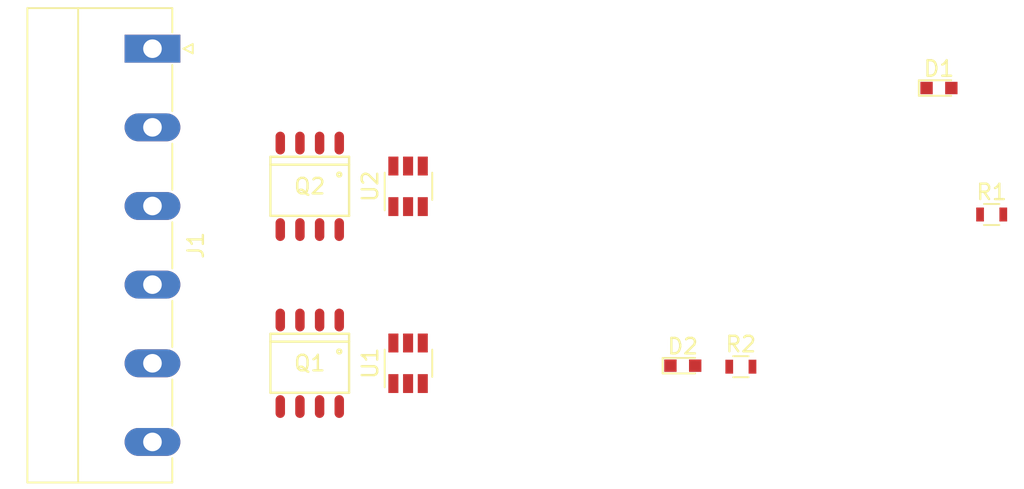
<source format=kicad_pcb>
(kicad_pcb (version 20171130) (host pcbnew 5.1.9+dfsg1-1)

  (general
    (thickness 1.6)
    (drawings 0)
    (tracks 0)
    (zones 0)
    (modules 9)
    (nets 11)
  )

  (page A4)
  (layers
    (0 F.Cu signal)
    (31 B.Cu signal)
    (32 B.Adhes user)
    (33 F.Adhes user)
    (34 B.Paste user)
    (35 F.Paste user)
    (36 B.SilkS user)
    (37 F.SilkS user)
    (38 B.Mask user)
    (39 F.Mask user)
    (40 Dwgs.User user)
    (41 Cmts.User user)
    (42 Eco1.User user)
    (43 Eco2.User user)
    (44 Edge.Cuts user)
    (45 Margin user)
    (46 B.CrtYd user)
    (47 F.CrtYd user)
    (48 B.Fab user)
    (49 F.Fab user)
  )

  (setup
    (last_trace_width 0.25)
    (trace_clearance 0.2)
    (zone_clearance 0.508)
    (zone_45_only no)
    (trace_min 0.2)
    (via_size 0.8)
    (via_drill 0.4)
    (via_min_size 0.4)
    (via_min_drill 0.3)
    (uvia_size 0.3)
    (uvia_drill 0.1)
    (uvias_allowed no)
    (uvia_min_size 0.2)
    (uvia_min_drill 0.1)
    (edge_width 0.05)
    (segment_width 0.2)
    (pcb_text_width 0.3)
    (pcb_text_size 1.5 1.5)
    (mod_edge_width 0.12)
    (mod_text_size 1 1)
    (mod_text_width 0.15)
    (pad_size 1.524 1.524)
    (pad_drill 0.762)
    (pad_to_mask_clearance 0)
    (aux_axis_origin 0 0)
    (visible_elements FFFFFF7F)
    (pcbplotparams
      (layerselection 0x010fc_ffffffff)
      (usegerberextensions false)
      (usegerberattributes true)
      (usegerberadvancedattributes true)
      (creategerberjobfile true)
      (excludeedgelayer true)
      (linewidth 0.100000)
      (plotframeref false)
      (viasonmask false)
      (mode 1)
      (useauxorigin false)
      (hpglpennumber 1)
      (hpglpenspeed 20)
      (hpglpendiameter 15.000000)
      (psnegative false)
      (psa4output false)
      (plotreference true)
      (plotvalue true)
      (plotinvisibletext false)
      (padsonsilk false)
      (subtractmaskfromsilk false)
      (outputformat 1)
      (mirror false)
      (drillshape 1)
      (scaleselection 1)
      (outputdirectory ""))
  )

  (net 0 "")
  (net 1 "Net-(D1-Pad2)")
  (net 2 "Net-(D1-Pad1)")
  (net 3 "Net-(D2-Pad1)")
  (net 4 "Net-(D2-Pad2)")
  (net 5 "Net-(J1-Pad6)")
  (net 6 GND)
  (net 7 "Net-(J1-Pad4)")
  (net 8 +12V)
  (net 9 "Net-(Q1-Pad4)")
  (net 10 "Net-(Q2-Pad4)")

  (net_class Default "This is the default net class."
    (clearance 0.2)
    (trace_width 0.25)
    (via_dia 0.8)
    (via_drill 0.4)
    (uvia_dia 0.3)
    (uvia_drill 0.1)
    (add_net +12V)
    (add_net GND)
    (add_net "Net-(D1-Pad1)")
    (add_net "Net-(D1-Pad2)")
    (add_net "Net-(D2-Pad1)")
    (add_net "Net-(D2-Pad2)")
    (add_net "Net-(J1-Pad4)")
    (add_net "Net-(J1-Pad6)")
    (add_net "Net-(Q1-Pad4)")
    (add_net "Net-(Q2-Pad4)")
  )

  (module LEDs:LED_0603 (layer F.Cu) (tedit 57FE93A5) (tstamp 60B6AB31)
    (at 132.08 68.58)
    (descr "LED 0603 smd package")
    (tags "LED led 0603 SMD smd SMT smt smdled SMDLED smtled SMTLED")
    (path /60B8BC1D)
    (attr smd)
    (fp_text reference D1 (at 0 -1.25) (layer F.SilkS)
      (effects (font (size 1 1) (thickness 0.15)))
    )
    (fp_text value LED (at 0 1.35) (layer F.Fab)
      (effects (font (size 1 1) (thickness 0.15)))
    )
    (fp_line (start -1.3 -0.5) (end -1.3 0.5) (layer F.SilkS) (width 0.12))
    (fp_line (start -0.2 -0.2) (end -0.2 0.2) (layer F.Fab) (width 0.1))
    (fp_line (start -0.15 0) (end 0.15 -0.2) (layer F.Fab) (width 0.1))
    (fp_line (start 0.15 0.2) (end -0.15 0) (layer F.Fab) (width 0.1))
    (fp_line (start 0.15 -0.2) (end 0.15 0.2) (layer F.Fab) (width 0.1))
    (fp_line (start 0.8 0.4) (end -0.8 0.4) (layer F.Fab) (width 0.1))
    (fp_line (start 0.8 -0.4) (end 0.8 0.4) (layer F.Fab) (width 0.1))
    (fp_line (start -0.8 -0.4) (end 0.8 -0.4) (layer F.Fab) (width 0.1))
    (fp_line (start -0.8 0.4) (end -0.8 -0.4) (layer F.Fab) (width 0.1))
    (fp_line (start -1.3 0.5) (end 0.8 0.5) (layer F.SilkS) (width 0.12))
    (fp_line (start -1.3 -0.5) (end 0.8 -0.5) (layer F.SilkS) (width 0.12))
    (fp_line (start 1.45 -0.65) (end 1.45 0.65) (layer F.CrtYd) (width 0.05))
    (fp_line (start 1.45 0.65) (end -1.45 0.65) (layer F.CrtYd) (width 0.05))
    (fp_line (start -1.45 0.65) (end -1.45 -0.65) (layer F.CrtYd) (width 0.05))
    (fp_line (start -1.45 -0.65) (end 1.45 -0.65) (layer F.CrtYd) (width 0.05))
    (pad 2 smd rect (at 0.8 0 180) (size 0.8 0.8) (layers F.Cu F.Paste F.Mask)
      (net 1 "Net-(D1-Pad2)"))
    (pad 1 smd rect (at -0.8 0 180) (size 0.8 0.8) (layers F.Cu F.Paste F.Mask)
      (net 2 "Net-(D1-Pad1)"))
    (model ${KISYS3DMOD}/LEDs.3dshapes/LED_0603.wrl
      (at (xyz 0 0 0))
      (scale (xyz 1 1 1))
      (rotate (xyz 0 0 180))
    )
  )

  (module LEDs:LED_0603 (layer F.Cu) (tedit 57FE93A5) (tstamp 60B6AB46)
    (at 115.535001 86.515001)
    (descr "LED 0603 smd package")
    (tags "LED led 0603 SMD smd SMT smt smdled SMDLED smtled SMTLED")
    (path /60B8A0F8)
    (attr smd)
    (fp_text reference D2 (at 0 -1.25) (layer F.SilkS)
      (effects (font (size 1 1) (thickness 0.15)))
    )
    (fp_text value LED (at 0 1.35) (layer F.Fab)
      (effects (font (size 1 1) (thickness 0.15)))
    )
    (fp_line (start -1.45 -0.65) (end 1.45 -0.65) (layer F.CrtYd) (width 0.05))
    (fp_line (start -1.45 0.65) (end -1.45 -0.65) (layer F.CrtYd) (width 0.05))
    (fp_line (start 1.45 0.65) (end -1.45 0.65) (layer F.CrtYd) (width 0.05))
    (fp_line (start 1.45 -0.65) (end 1.45 0.65) (layer F.CrtYd) (width 0.05))
    (fp_line (start -1.3 -0.5) (end 0.8 -0.5) (layer F.SilkS) (width 0.12))
    (fp_line (start -1.3 0.5) (end 0.8 0.5) (layer F.SilkS) (width 0.12))
    (fp_line (start -0.8 0.4) (end -0.8 -0.4) (layer F.Fab) (width 0.1))
    (fp_line (start -0.8 -0.4) (end 0.8 -0.4) (layer F.Fab) (width 0.1))
    (fp_line (start 0.8 -0.4) (end 0.8 0.4) (layer F.Fab) (width 0.1))
    (fp_line (start 0.8 0.4) (end -0.8 0.4) (layer F.Fab) (width 0.1))
    (fp_line (start 0.15 -0.2) (end 0.15 0.2) (layer F.Fab) (width 0.1))
    (fp_line (start 0.15 0.2) (end -0.15 0) (layer F.Fab) (width 0.1))
    (fp_line (start -0.15 0) (end 0.15 -0.2) (layer F.Fab) (width 0.1))
    (fp_line (start -0.2 -0.2) (end -0.2 0.2) (layer F.Fab) (width 0.1))
    (fp_line (start -1.3 -0.5) (end -1.3 0.5) (layer F.SilkS) (width 0.12))
    (pad 1 smd rect (at -0.8 0 180) (size 0.8 0.8) (layers F.Cu F.Paste F.Mask)
      (net 3 "Net-(D2-Pad1)"))
    (pad 2 smd rect (at 0.8 0 180) (size 0.8 0.8) (layers F.Cu F.Paste F.Mask)
      (net 4 "Net-(D2-Pad2)"))
    (model ${KISYS3DMOD}/LEDs.3dshapes/LED_0603.wrl
      (at (xyz 0 0 0))
      (scale (xyz 1 1 1))
      (rotate (xyz 0 0 180))
    )
  )

  (module Connectors_Phoenix:PhoenixContact_MC-G_06x5.08mm_Angled (layer F.Cu) (tedit 59566E60) (tstamp 60B6AB69)
    (at 81.28 66.04 270)
    (descr "Generic Phoenix Contact connector footprint for series: MC-G; number of pins: 06; pin pitch: 5.08mm; Angled || order number: 1836228 8A 320V")
    (tags "phoenix_contact connector MC_01x06_G_5.08mm")
    (path /60B72E03)
    (fp_text reference J1 (at 12.7 -2.8 90) (layer F.SilkS)
      (effects (font (size 1 1) (thickness 0.15)))
    )
    (fp_text value Screw_Terminal_01x06 (at 12.7 9 90) (layer F.Fab)
      (effects (font (size 1 1) (thickness 0.15)))
    )
    (fp_line (start 0 0) (end -0.8 -1.2) (layer F.Fab) (width 0.1))
    (fp_line (start 0.8 -1.2) (end 0 0) (layer F.Fab) (width 0.1))
    (fp_line (start -0.3 -2.6) (end 0.3 -2.6) (layer F.SilkS) (width 0.12))
    (fp_line (start 0 -2) (end -0.3 -2.6) (layer F.SilkS) (width 0.12))
    (fp_line (start 0.3 -2.6) (end 0 -2) (layer F.SilkS) (width 0.12))
    (fp_line (start 28.44 -2.3) (end -3.12 -2.3) (layer F.CrtYd) (width 0.05))
    (fp_line (start 28.44 8.5) (end 28.44 -2.3) (layer F.CrtYd) (width 0.05))
    (fp_line (start -3.12 8.5) (end 28.44 8.5) (layer F.CrtYd) (width 0.05))
    (fp_line (start -3.12 -2.3) (end -3.12 8.5) (layer F.CrtYd) (width 0.05))
    (fp_line (start -2.62 4.8) (end 28.02 4.8) (layer F.SilkS) (width 0.12))
    (fp_line (start 27.94 -1.2) (end -2.54 -1.2) (layer F.Fab) (width 0.1))
    (fp_line (start 27.94 8) (end 27.94 -1.2) (layer F.Fab) (width 0.1))
    (fp_line (start -2.54 8) (end 27.94 8) (layer F.Fab) (width 0.1))
    (fp_line (start -2.54 -1.2) (end -2.54 8) (layer F.Fab) (width 0.1))
    (fp_line (start 21.37 -1.28) (end 24.35 -1.28) (layer F.SilkS) (width 0.12))
    (fp_line (start 16.29 -1.28) (end 19.27 -1.28) (layer F.SilkS) (width 0.12))
    (fp_line (start 11.21 -1.28) (end 14.19 -1.28) (layer F.SilkS) (width 0.12))
    (fp_line (start 6.13 -1.28) (end 9.11 -1.28) (layer F.SilkS) (width 0.12))
    (fp_line (start 1.05 -1.28) (end 4.03 -1.28) (layer F.SilkS) (width 0.12))
    (fp_line (start 28.02 -1.28) (end 26.45 -1.28) (layer F.SilkS) (width 0.12))
    (fp_line (start -2.62 -1.28) (end -1.05 -1.28) (layer F.SilkS) (width 0.12))
    (fp_line (start 28.02 8.08) (end 28.02 -1.28) (layer F.SilkS) (width 0.12))
    (fp_line (start -2.62 8.08) (end 28.02 8.08) (layer F.SilkS) (width 0.12))
    (fp_line (start -2.62 -1.28) (end -2.62 8.08) (layer F.SilkS) (width 0.12))
    (fp_text user %R (at 12.7 3 90) (layer F.Fab)
      (effects (font (size 1 1) (thickness 0.15)))
    )
    (pad 6 thru_hole oval (at 25.4 0 270) (size 1.8 3.6) (drill 1.2) (layers *.Cu *.Mask)
      (net 5 "Net-(J1-Pad6)"))
    (pad 5 thru_hole oval (at 20.32 0 270) (size 1.8 3.6) (drill 1.2) (layers *.Cu *.Mask)
      (net 6 GND))
    (pad 4 thru_hole oval (at 15.24 0 270) (size 1.8 3.6) (drill 1.2) (layers *.Cu *.Mask)
      (net 7 "Net-(J1-Pad4)"))
    (pad 3 thru_hole oval (at 10.16 0 270) (size 1.8 3.6) (drill 1.2) (layers *.Cu *.Mask)
      (net 6 GND))
    (pad 2 thru_hole oval (at 5.08 0 270) (size 1.8 3.6) (drill 1.2) (layers *.Cu *.Mask)
      (net 8 +12V))
    (pad 1 thru_hole rect (at 0 0 270) (size 1.8 3.6) (drill 1.2) (layers *.Cu *.Mask)
      (net 6 GND))
    (model ${KISYS3DMOD}/Connectors_Phoenix.3dshapes/PhoenixContact_MC-G_06x5.08mm_Angled.wrl
      (at (xyz 0 0 0))
      (scale (xyz 1 1 1))
      (rotate (xyz 0 0 0))
    )
  )

  (module Power_Integrations:SO-8 (layer F.Cu) (tedit 0) (tstamp 60B6AB7B)
    (at 91.44 86.36 180)
    (descr "SO-8 Surface Mount Small Outline 150mil 8pin Package")
    (tags "Power Integrations D Package")
    (path /60B74781)
    (fp_text reference Q1 (at 0 0) (layer F.SilkS)
      (effects (font (size 1 1) (thickness 0.15)))
    )
    (fp_text value SQ4435EY (at 0 0) (layer F.Fab)
      (effects (font (size 1 1) (thickness 0.15)))
    )
    (fp_line (start 2.54 1.905) (end 2.54 -1.905) (layer F.SilkS) (width 0.15))
    (fp_line (start -2.54 1.905) (end -2.54 -1.905) (layer F.SilkS) (width 0.15))
    (fp_line (start -2.54 1.905) (end 2.54 1.905) (layer F.SilkS) (width 0.15))
    (fp_line (start -2.54 -1.905) (end 2.54 -1.905) (layer F.SilkS) (width 0.15))
    (fp_line (start -2.54 1.397) (end 2.54 1.397) (layer F.SilkS) (width 0.15))
    (fp_circle (center -1.905 0.762) (end -1.778 0.762) (layer F.SilkS) (width 0.15))
    (pad 8 smd oval (at -1.905 -2.794 180) (size 0.6096 1.4732) (layers F.Cu F.Paste F.Mask)
      (net 5 "Net-(J1-Pad6)"))
    (pad 7 smd oval (at -0.635 -2.794 180) (size 0.6096 1.4732) (layers F.Cu F.Paste F.Mask)
      (net 5 "Net-(J1-Pad6)"))
    (pad 6 smd oval (at 0.635 -2.794 180) (size 0.6096 1.4732) (layers F.Cu F.Paste F.Mask)
      (net 5 "Net-(J1-Pad6)"))
    (pad 5 smd oval (at 1.905 -2.794 180) (size 0.6096 1.4732) (layers F.Cu F.Paste F.Mask)
      (net 5 "Net-(J1-Pad6)"))
    (pad 4 smd oval (at 1.905 2.794 180) (size 0.6096 1.4732) (layers F.Cu F.Paste F.Mask)
      (net 9 "Net-(Q1-Pad4)"))
    (pad 3 smd oval (at 0.635 2.794 180) (size 0.6096 1.4732) (layers F.Cu F.Paste F.Mask)
      (net 8 +12V))
    (pad 2 smd oval (at -0.635 2.794 180) (size 0.6096 1.4732) (layers F.Cu F.Paste F.Mask)
      (net 8 +12V))
    (pad 1 smd oval (at -1.905 2.794 180) (size 0.6096 1.4732) (layers F.Cu F.Paste F.Mask)
      (net 8 +12V))
  )

  (module Power_Integrations:SO-8 (layer F.Cu) (tedit 0) (tstamp 60B6AB8D)
    (at 91.44 74.93 180)
    (descr "SO-8 Surface Mount Small Outline 150mil 8pin Package")
    (tags "Power Integrations D Package")
    (path /60B740EA)
    (fp_text reference Q2 (at 0 0) (layer F.SilkS)
      (effects (font (size 1 1) (thickness 0.15)))
    )
    (fp_text value SQ4435EY (at 0 0) (layer F.Fab)
      (effects (font (size 1 1) (thickness 0.15)))
    )
    (fp_circle (center -1.905 0.762) (end -1.778 0.762) (layer F.SilkS) (width 0.15))
    (fp_line (start -2.54 1.397) (end 2.54 1.397) (layer F.SilkS) (width 0.15))
    (fp_line (start -2.54 -1.905) (end 2.54 -1.905) (layer F.SilkS) (width 0.15))
    (fp_line (start -2.54 1.905) (end 2.54 1.905) (layer F.SilkS) (width 0.15))
    (fp_line (start -2.54 1.905) (end -2.54 -1.905) (layer F.SilkS) (width 0.15))
    (fp_line (start 2.54 1.905) (end 2.54 -1.905) (layer F.SilkS) (width 0.15))
    (pad 1 smd oval (at -1.905 2.794 180) (size 0.6096 1.4732) (layers F.Cu F.Paste F.Mask)
      (net 8 +12V))
    (pad 2 smd oval (at -0.635 2.794 180) (size 0.6096 1.4732) (layers F.Cu F.Paste F.Mask)
      (net 8 +12V))
    (pad 3 smd oval (at 0.635 2.794 180) (size 0.6096 1.4732) (layers F.Cu F.Paste F.Mask)
      (net 8 +12V))
    (pad 4 smd oval (at 1.905 2.794 180) (size 0.6096 1.4732) (layers F.Cu F.Paste F.Mask)
      (net 10 "Net-(Q2-Pad4)"))
    (pad 5 smd oval (at 1.905 -2.794 180) (size 0.6096 1.4732) (layers F.Cu F.Paste F.Mask)
      (net 7 "Net-(J1-Pad4)"))
    (pad 6 smd oval (at 0.635 -2.794 180) (size 0.6096 1.4732) (layers F.Cu F.Paste F.Mask)
      (net 7 "Net-(J1-Pad4)"))
    (pad 7 smd oval (at -0.635 -2.794 180) (size 0.6096 1.4732) (layers F.Cu F.Paste F.Mask)
      (net 7 "Net-(J1-Pad4)"))
    (pad 8 smd oval (at -1.905 -2.794 180) (size 0.6096 1.4732) (layers F.Cu F.Paste F.Mask)
      (net 7 "Net-(J1-Pad4)"))
  )

  (module Resistors_SMD:R_0603 (layer F.Cu) (tedit 58E0A804) (tstamp 60B6B048)
    (at 135.485001 76.750001)
    (descr "Resistor SMD 0603, reflow soldering, Vishay (see dcrcw.pdf)")
    (tags "resistor 0603")
    (path /60B8D397)
    (attr smd)
    (fp_text reference R1 (at 0 -1.45) (layer F.SilkS)
      (effects (font (size 1 1) (thickness 0.15)))
    )
    (fp_text value "1.5 k" (at 0 1.5) (layer F.Fab)
      (effects (font (size 1 1) (thickness 0.15)))
    )
    (fp_line (start 1.25 0.7) (end -1.25 0.7) (layer F.CrtYd) (width 0.05))
    (fp_line (start 1.25 0.7) (end 1.25 -0.7) (layer F.CrtYd) (width 0.05))
    (fp_line (start -1.25 -0.7) (end -1.25 0.7) (layer F.CrtYd) (width 0.05))
    (fp_line (start -1.25 -0.7) (end 1.25 -0.7) (layer F.CrtYd) (width 0.05))
    (fp_line (start -0.5 -0.68) (end 0.5 -0.68) (layer F.SilkS) (width 0.12))
    (fp_line (start 0.5 0.68) (end -0.5 0.68) (layer F.SilkS) (width 0.12))
    (fp_line (start -0.8 -0.4) (end 0.8 -0.4) (layer F.Fab) (width 0.1))
    (fp_line (start 0.8 -0.4) (end 0.8 0.4) (layer F.Fab) (width 0.1))
    (fp_line (start 0.8 0.4) (end -0.8 0.4) (layer F.Fab) (width 0.1))
    (fp_line (start -0.8 0.4) (end -0.8 -0.4) (layer F.Fab) (width 0.1))
    (fp_text user %R (at 0 0) (layer F.Fab)
      (effects (font (size 0.4 0.4) (thickness 0.075)))
    )
    (pad 2 smd rect (at 0.75 0) (size 0.5 0.9) (layers F.Cu F.Paste F.Mask)
      (net 1 "Net-(D1-Pad2)"))
    (pad 1 smd rect (at -0.75 0) (size 0.5 0.9) (layers F.Cu F.Paste F.Mask)
      (net 8 +12V))
    (model ${KISYS3DMOD}/Resistors_SMD.3dshapes/R_0603.wrl
      (at (xyz 0 0 0))
      (scale (xyz 1 1 1))
      (rotate (xyz 0 0 0))
    )
  )

  (module Resistors_SMD:R_0603 (layer F.Cu) (tedit 58E0A804) (tstamp 60B6ABAF)
    (at 119.285001 86.580001)
    (descr "Resistor SMD 0603, reflow soldering, Vishay (see dcrcw.pdf)")
    (tags "resistor 0603")
    (path /60B8DA25)
    (attr smd)
    (fp_text reference R2 (at 0 -1.45) (layer F.SilkS)
      (effects (font (size 1 1) (thickness 0.15)))
    )
    (fp_text value "1.5 k" (at 0 1.5) (layer F.Fab)
      (effects (font (size 1 1) (thickness 0.15)))
    )
    (fp_line (start -0.8 0.4) (end -0.8 -0.4) (layer F.Fab) (width 0.1))
    (fp_line (start 0.8 0.4) (end -0.8 0.4) (layer F.Fab) (width 0.1))
    (fp_line (start 0.8 -0.4) (end 0.8 0.4) (layer F.Fab) (width 0.1))
    (fp_line (start -0.8 -0.4) (end 0.8 -0.4) (layer F.Fab) (width 0.1))
    (fp_line (start 0.5 0.68) (end -0.5 0.68) (layer F.SilkS) (width 0.12))
    (fp_line (start -0.5 -0.68) (end 0.5 -0.68) (layer F.SilkS) (width 0.12))
    (fp_line (start -1.25 -0.7) (end 1.25 -0.7) (layer F.CrtYd) (width 0.05))
    (fp_line (start -1.25 -0.7) (end -1.25 0.7) (layer F.CrtYd) (width 0.05))
    (fp_line (start 1.25 0.7) (end 1.25 -0.7) (layer F.CrtYd) (width 0.05))
    (fp_line (start 1.25 0.7) (end -1.25 0.7) (layer F.CrtYd) (width 0.05))
    (fp_text user %R (at 0 0) (layer F.Fab)
      (effects (font (size 0.4 0.4) (thickness 0.075)))
    )
    (pad 1 smd rect (at -0.75 0) (size 0.5 0.9) (layers F.Cu F.Paste F.Mask)
      (net 8 +12V))
    (pad 2 smd rect (at 0.75 0) (size 0.5 0.9) (layers F.Cu F.Paste F.Mask)
      (net 4 "Net-(D2-Pad2)"))
    (model ${KISYS3DMOD}/Resistors_SMD.3dshapes/R_0603.wrl
      (at (xyz 0 0 0))
      (scale (xyz 1 1 1))
      (rotate (xyz 0 0 0))
    )
  )

  (module TO_SOT_Packages_SMD:TSOT-23-6 (layer F.Cu) (tedit 58CE4E80) (tstamp 60B6BA5D)
    (at 97.79 74.93 90)
    (descr "6-pin TSOT23 package, http://cds.linear.com/docs/en/packaging/SOT_6_05-08-1636.pdf")
    (tags "TSOT-23-6 MK06A TSOT-6")
    (path /60B739CD)
    (attr smd)
    (fp_text reference U2 (at 0 -2.45 90) (layer F.SilkS)
      (effects (font (size 1 1) (thickness 0.15)))
    )
    (fp_text value LTC4412xS6 (at 0 2.5 90) (layer F.Fab)
      (effects (font (size 1 1) (thickness 0.15)))
    )
    (fp_text user %R (at 0 0) (layer F.Fab)
      (effects (font (size 0.5 0.5) (thickness 0.075)))
    )
    (fp_line (start -0.88 1.56) (end 0.88 1.56) (layer F.SilkS) (width 0.12))
    (fp_line (start 0.88 -1.51) (end -1.55 -1.51) (layer F.SilkS) (width 0.12))
    (fp_line (start -0.88 -1) (end -0.43 -1.45) (layer F.Fab) (width 0.1))
    (fp_line (start 0.88 -1.45) (end -0.43 -1.45) (layer F.Fab) (width 0.1))
    (fp_line (start -0.88 -1) (end -0.88 1.45) (layer F.Fab) (width 0.1))
    (fp_line (start 0.88 1.45) (end -0.88 1.45) (layer F.Fab) (width 0.1))
    (fp_line (start 0.88 -1.45) (end 0.88 1.45) (layer F.Fab) (width 0.1))
    (fp_line (start -2.17 -1.7) (end 2.17 -1.7) (layer F.CrtYd) (width 0.05))
    (fp_line (start -2.17 -1.7) (end -2.17 1.7) (layer F.CrtYd) (width 0.05))
    (fp_line (start 2.17 1.7) (end 2.17 -1.7) (layer F.CrtYd) (width 0.05))
    (fp_line (start 2.17 1.7) (end -2.17 1.7) (layer F.CrtYd) (width 0.05))
    (pad 6 smd rect (at 1.31 -0.95 90) (size 1.22 0.65) (layers F.Cu F.Paste F.Mask)
      (net 8 +12V))
    (pad 5 smd rect (at 1.31 0 90) (size 1.22 0.65) (layers F.Cu F.Paste F.Mask)
      (net 10 "Net-(Q2-Pad4)"))
    (pad 4 smd rect (at 1.31 0.95 90) (size 1.22 0.65) (layers F.Cu F.Paste F.Mask)
      (net 3 "Net-(D2-Pad1)"))
    (pad 3 smd rect (at -1.31 0.95 90) (size 1.22 0.65) (layers F.Cu F.Paste F.Mask)
      (net 6 GND))
    (pad 2 smd rect (at -1.31 0 90) (size 1.22 0.65) (layers F.Cu F.Paste F.Mask)
      (net 6 GND))
    (pad 1 smd rect (at -1.31 -0.95 90) (size 1.22 0.65) (layers F.Cu F.Paste F.Mask)
      (net 7 "Net-(J1-Pad4)"))
    (model ${KISYS3DMOD}/TO_SOT_Packages_SMD.3dshapes/TSOT-23-6.wrl
      (at (xyz 0 0 0))
      (scale (xyz 1 1 1))
      (rotate (xyz 0 0 0))
    )
  )

  (module TO_SOT_Packages_SMD:TSOT-23-6 (layer F.Cu) (tedit 58CE4E80) (tstamp 60B6B7AC)
    (at 97.79 86.36 90)
    (descr "6-pin TSOT23 package, http://cds.linear.com/docs/en/packaging/SOT_6_05-08-1636.pdf")
    (tags "TSOT-23-6 MK06A TSOT-6")
    (path /60B7379C)
    (attr smd)
    (fp_text reference U1 (at 0 -2.45 90) (layer F.SilkS)
      (effects (font (size 1 1) (thickness 0.15)))
    )
    (fp_text value LTC4412xS6 (at 0 2.5 90) (layer F.Fab)
      (effects (font (size 1 1) (thickness 0.15)))
    )
    (fp_text user %R (at 0 0) (layer F.Fab)
      (effects (font (size 0.5 0.5) (thickness 0.075)))
    )
    (fp_line (start -0.88 1.56) (end 0.88 1.56) (layer F.SilkS) (width 0.12))
    (fp_line (start 0.88 -1.51) (end -1.55 -1.51) (layer F.SilkS) (width 0.12))
    (fp_line (start -0.88 -1) (end -0.43 -1.45) (layer F.Fab) (width 0.1))
    (fp_line (start 0.88 -1.45) (end -0.43 -1.45) (layer F.Fab) (width 0.1))
    (fp_line (start -0.88 -1) (end -0.88 1.45) (layer F.Fab) (width 0.1))
    (fp_line (start 0.88 1.45) (end -0.88 1.45) (layer F.Fab) (width 0.1))
    (fp_line (start 0.88 -1.45) (end 0.88 1.45) (layer F.Fab) (width 0.1))
    (fp_line (start -2.17 -1.7) (end 2.17 -1.7) (layer F.CrtYd) (width 0.05))
    (fp_line (start -2.17 -1.7) (end -2.17 1.7) (layer F.CrtYd) (width 0.05))
    (fp_line (start 2.17 1.7) (end 2.17 -1.7) (layer F.CrtYd) (width 0.05))
    (fp_line (start 2.17 1.7) (end -2.17 1.7) (layer F.CrtYd) (width 0.05))
    (pad 6 smd rect (at 1.31 -0.95 90) (size 1.22 0.65) (layers F.Cu F.Paste F.Mask)
      (net 8 +12V))
    (pad 5 smd rect (at 1.31 0 90) (size 1.22 0.65) (layers F.Cu F.Paste F.Mask)
      (net 9 "Net-(Q1-Pad4)"))
    (pad 4 smd rect (at 1.31 0.95 90) (size 1.22 0.65) (layers F.Cu F.Paste F.Mask)
      (net 2 "Net-(D1-Pad1)"))
    (pad 3 smd rect (at -1.31 0.95 90) (size 1.22 0.65) (layers F.Cu F.Paste F.Mask)
      (net 6 GND))
    (pad 2 smd rect (at -1.31 0 90) (size 1.22 0.65) (layers F.Cu F.Paste F.Mask)
      (net 6 GND))
    (pad 1 smd rect (at -1.31 -0.95 90) (size 1.22 0.65) (layers F.Cu F.Paste F.Mask)
      (net 5 "Net-(J1-Pad6)"))
    (model ${KISYS3DMOD}/TO_SOT_Packages_SMD.3dshapes/TSOT-23-6.wrl
      (at (xyz 0 0 0))
      (scale (xyz 1 1 1))
      (rotate (xyz 0 0 0))
    )
  )

)

</source>
